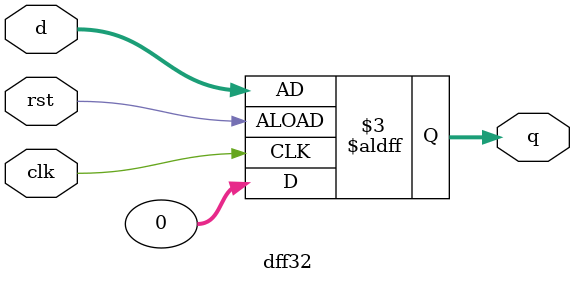
<source format=v>
/* 
writer:liyiming 
date: 2018/11/13
version: 0.0
module: dff
func: 带有异步触发的D触发器
*/
module dff32(
    d,
    clk,
    rst,
    q
);
    input [31:0]d;
    input clk,rst;
    output [31:0]q;
    reg [31:0]q;
    always @(posedge clk, posedge rst) begin
        if(rst == 0) q<=0;
        else q<=d;
    end
endmodule
</source>
